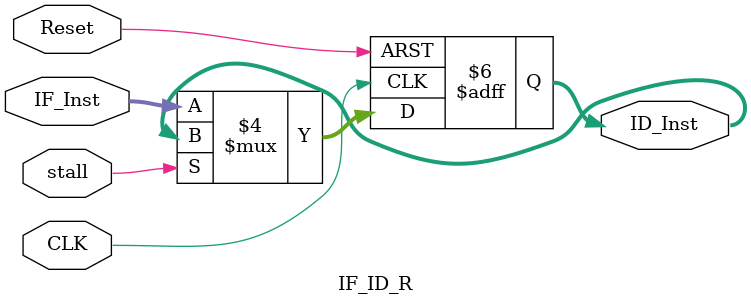
<source format=v>
`timescale 1ns / 1ps
module IF_ID_R(
	IF_Inst, 
	ID_Inst, 
	CLK, 
	Reset,
	stall
);
input [31:0] IF_Inst;
input CLK, Reset, stall;
output [31:0] ID_Inst;
reg [31:0] ID_Inst;
always @ (negedge Reset or posedge CLK)
	if (Reset == 0)
	begin
		ID_Inst <= 0;
	end
	else if (~stall)
	begin
		ID_Inst <= IF_Inst;
	end
endmodule

</source>
